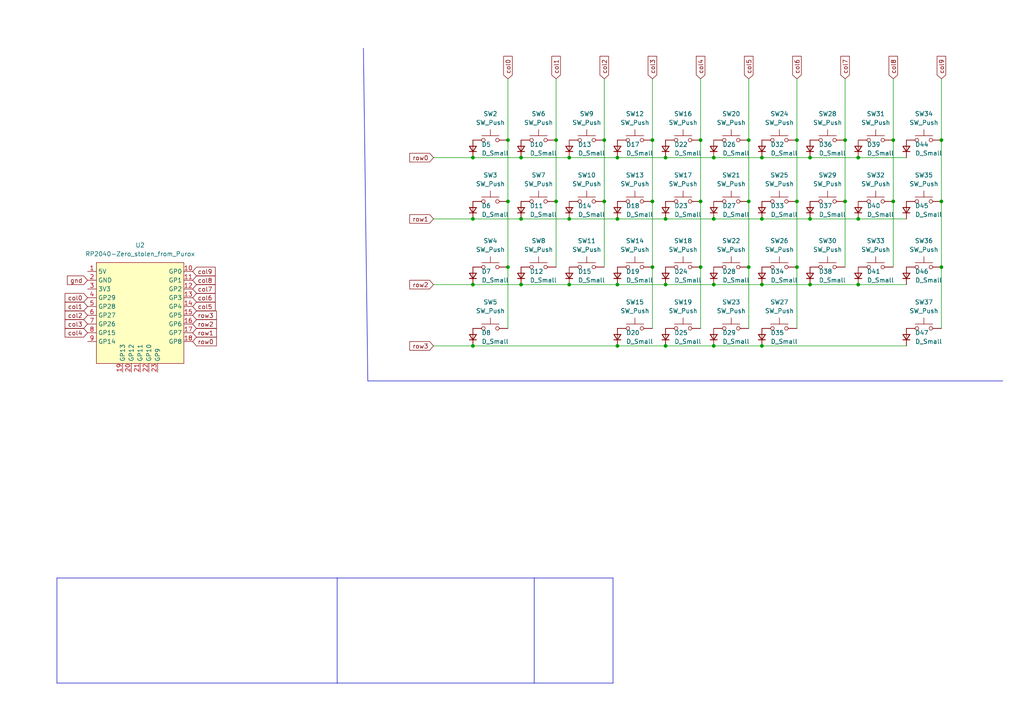
<source format=kicad_sch>
(kicad_sch (version 20230121) (generator eeschema)
  (paper "A4")
  (lib_symbols
    (symbol "Best Symbol Library Final v3:RP2040-Zero_stolen_from_Purox"
      (property "Reference" "U2" (at 0 12.7 0))
      (property "Value" "RP2040-Zero_stolen_from_Purox" (at 0 10.16 0))
      (symbol "RP2040-Zero_stolen_from_Purox_0_1"
        (rectangle (start -12.7 7.62) (end 12.7 -21.59) (fill (type background)))
      )
      (symbol "RP2040-Zero_stolen_from_Purox_1_1"
        (pin power_in line (at -15.24 5.08 0) (length 2.54) (name "5V") (number "1"))
        (pin bidirectional line (at 15.24 5.08 180) (length 2.54) (name "GP0") (number "10"))
        (pin bidirectional line (at 15.24 2.54 180) (length 2.54) (name "GP1") (number "11"))
        (pin bidirectional line (at 15.24 0 180) (length 2.54) (name "GP2") (number "12"))
        (pin bidirectional line (at 15.24 -2.54 180) (length 2.54) (name "GP3") (number "13"))
        (pin bidirectional line (at 15.24 -5.08 180) (length 2.54) (name "GP4") (number "14"))
        (pin bidirectional line (at 15.24 -7.62 180) (length 2.54) (name "GP5") (number "15"))
        (pin bidirectional line (at 15.24 -10.16 180) (length 2.54) (name "GP6") (number "16"))
        (pin bidirectional line (at 15.24 -12.7 180) (length 2.54) (name "GP7") (number "17"))
        (pin bidirectional line (at 15.24 -15.24 180) (length 2.54) (name "GP8") (number "18"))
        (pin bidirectional line (at -5.08 -24.13 90) (length 2.54) (name "GP13") (number "19"))
        (pin power_in line (at -15.24 2.54 0) (length 2.54) (name "GND") (number "2"))
        (pin bidirectional line (at -2.54 -24.13 90) (length 2.54) (name "GP12") (number "20"))
        (pin bidirectional line (at 0 -24.13 90) (length 2.54) (name "GP11") (number "21"))
        (pin bidirectional line (at 2.54 -24.13 90) (length 2.54) (name "GP10") (number "22"))
        (pin bidirectional line (at 5.08 -24.13 90) (length 2.54) (name "GP9") (number "23"))
        (pin power_in line (at -15.24 0 0) (length 2.54) (name "3V3") (number "3"))
        (pin bidirectional line (at -15.24 -2.54 0) (length 2.54) (name "GP29") (number "4"))
        (pin bidirectional line (at -15.24 -5.08 0) (length 2.54) (name "GP28") (number "5"))
        (pin bidirectional line (at -15.24 -7.62 0) (length 2.54) (name "GP27") (number "6"))
        (pin bidirectional line (at -15.24 -10.16 0) (length 2.54) (name "GP26") (number "7"))
        (pin bidirectional line (at -15.24 -12.7 0) (length 2.54) (name "GP15") (number "8"))
        (pin bidirectional line (at -15.24 -15.24 0) (length 2.54) (name "GP14") (number "9"))
      )
    )
    (symbol "ENDGAME_UWU_Gatekeeper_stuff:D_Small" (pin_numbers hide) (pin_names (offset 0.254) hide)
      (property "Reference" "D28" (at 2.54 1.2701 90))
      (property "Value" "D_Small" (at 2.54 -1.2699 90))
      (symbol "D_Small_0_1"
        (polyline (pts (xy -0.762 -1.016) (xy -0.762 1.016)) (stroke (width 0.254)))
        (polyline (pts (xy -0.762 0) (xy 0.762 0)))
        (polyline (pts (xy 0.762 -1.016) (xy -0.762 0) (xy 0.762 1.016) (xy 0.762 -1.016)) (stroke (width 0.254)))
      )
      (symbol "D_Small_1_1"
        (pin passive line (at -2.54 0 0) (length 1.778) (name "K") (number "1"))
        (pin passive line (at 2.54 0 180) (length 1.778) (name "A") (number "2"))
      )
    )
    (symbol "ENDGAME_UWU_Gatekeeper_stuff:SW_Push" (pin_numbers hide) (pin_names (offset 1.016) hide)
      (property "Reference" "SW35" (at 0 7.62 0))
      (property "Value" "SW_Push" (at 0 5.08 0))
      (symbol "SW_Push_0_1"
        (circle (center -2.032 0) (radius 0.508))
        (polyline (pts (xy 0 1.27) (xy 0 3.048)))
        (polyline (pts (xy 2.54 1.27) (xy -2.54 1.27)))
        (circle (center 2.032 0) (radius 0.508))
        (pin passive line (at -5.08 0 0) (length 2.54) (name "1") (number "1"))
        (pin passive line (at 5.08 0 180) (length 2.54) (name "2") (number "2"))
      )
    )
  )
  (junction (at 137.16 100.33))
  (junction (at 231.14 77.47))
  (junction (at 231.14 40.64))
  (junction (at 234.95 45.72))
  (junction (at 189.23 58.42))
  (junction (at 217.17 77.47))
  (junction (at 259.08 40.64))
  (junction (at 161.29 58.42))
  (junction (at 203.2 77.47))
  (junction (at 193.04 82.55))
  (junction (at 175.26 40.64))
  (junction (at 259.08 58.42))
  (junction (at 234.95 82.55))
  (junction (at 137.16 45.72))
  (junction (at 207.01 100.33))
  (junction (at 203.2 40.64))
  (junction (at 231.14 58.42))
  (junction (at 248.92 45.72))
  (junction (at 193.04 45.72))
  (junction (at 165.1 82.55))
  (junction (at 151.13 82.55))
  (junction (at 273.05 40.64))
  (junction (at 193.04 63.5))
  (junction (at 147.32 58.42))
  (junction (at 220.98 63.5))
  (junction (at 165.1 63.5))
  (junction (at 217.17 40.64))
  (junction (at 179.07 82.55))
  (junction (at 137.16 63.5))
  (junction (at 248.92 82.55))
  (junction (at 207.01 45.72))
  (junction (at 207.01 82.55))
  (junction (at 234.95 63.5))
  (junction (at 165.1 45.72))
  (junction (at 189.23 40.64))
  (junction (at 203.2 58.42))
  (junction (at 273.05 77.47))
  (junction (at 273.05 58.42))
  (junction (at 189.23 77.47))
  (junction (at 179.07 45.72))
  (junction (at 193.04 100.33))
  (junction (at 147.32 40.64))
  (junction (at 147.32 77.47))
  (junction (at 151.13 45.72))
  (junction (at 137.16 82.55))
  (junction (at 175.26 58.42))
  (junction (at 179.07 63.5))
  (junction (at 220.98 82.55))
  (junction (at 245.11 58.42))
  (junction (at 207.01 63.5))
  (junction (at 217.17 58.42))
  (junction (at 248.92 63.5))
  (junction (at 161.29 40.64))
  (junction (at 245.11 40.64))
  (junction (at 220.98 45.72))
  (junction (at 151.13 63.5))
  (junction (at 220.98 100.33))
  (junction (at 179.07 100.33))
  (wire (pts (xy 231.14 58.42) (xy 231.14 77.47)))
  (wire (pts (xy 147.32 77.47) (xy 147.32 95.25)))
  (wire (pts (xy 207.01 63.5) (xy 220.98 63.5)))
  (polyline (pts (xy 154.94 167.64) (xy 97.79 167.64)))
  (wire (pts (xy 259.08 22.86) (xy 259.08 40.64)))
  (wire (pts (xy 175.26 58.42) (xy 175.26 77.47)))
  (wire (pts (xy 248.92 82.55) (xy 262.89 82.55)))
  (wire (pts (xy 220.98 82.55) (xy 234.95 82.55)))
  (wire (pts (xy 189.23 77.47) (xy 189.23 95.25)))
  (wire (pts (xy 151.13 45.72) (xy 165.1 45.72)))
  (wire (pts (xy 234.95 45.72) (xy 248.92 45.72)))
  (wire (pts (xy 125.73 63.5) (xy 137.16 63.5)))
  (wire (pts (xy 147.32 58.42) (xy 147.32 77.47)))
  (wire (pts (xy 137.16 63.5) (xy 151.13 63.5)))
  (wire (pts (xy 273.05 40.64) (xy 273.05 58.42)))
  (wire (pts (xy 125.73 45.72) (xy 137.16 45.72)))
  (wire (pts (xy 203.2 58.42) (xy 203.2 77.47)))
  (wire (pts (xy 220.98 45.72) (xy 234.95 45.72)))
  (polyline (pts (xy 97.79 198.12) (xy 16.51 198.12)))
  (polyline (pts (xy 16.51 167.64) (xy 97.79 167.64)))
  (wire (pts (xy 207.01 100.33) (xy 220.98 100.33)))
  (wire (pts (xy 161.29 58.42) (xy 161.29 77.47)))
  (wire (pts (xy 231.14 40.64) (xy 231.14 58.42)))
  (wire (pts (xy 189.23 58.42) (xy 189.23 77.47)))
  (wire (pts (xy 259.08 58.42) (xy 259.08 77.47)))
  (polyline (pts (xy 154.94 198.12) (xy 177.8 198.12)))
  (wire (pts (xy 234.95 63.5) (xy 248.92 63.5)))
  (wire (pts (xy 179.07 63.5) (xy 193.04 63.5)))
  (wire (pts (xy 179.07 82.55) (xy 193.04 82.55)))
  (wire (pts (xy 137.16 82.55) (xy 151.13 82.55)))
  (wire (pts (xy 179.07 100.33) (xy 193.04 100.33)))
  (wire (pts (xy 220.98 63.5) (xy 234.95 63.5)))
  (wire (pts (xy 273.05 22.86) (xy 273.05 40.64)))
  (wire (pts (xy 220.98 100.33) (xy 262.89 100.33)))
  (wire (pts (xy 193.04 100.33) (xy 207.01 100.33)))
  (wire (pts (xy 165.1 45.72) (xy 179.07 45.72)))
  (wire (pts (xy 161.29 22.86) (xy 161.29 40.64)))
  (wire (pts (xy 207.01 45.72) (xy 220.98 45.72)))
  (wire (pts (xy 245.11 22.86) (xy 245.11 40.64)))
  (wire (pts (xy 137.16 100.33) (xy 179.07 100.33)))
  (wire (pts (xy 207.01 82.55) (xy 220.98 82.55)))
  (polyline (pts (xy 97.79 167.64) (xy 97.79 198.12)))
  (wire (pts (xy 217.17 58.42) (xy 217.17 77.47)))
  (wire (pts (xy 175.26 40.64) (xy 175.26 58.42)))
  (wire (pts (xy 217.17 77.47) (xy 217.17 95.25)))
  (wire (pts (xy 161.29 40.64) (xy 161.29 58.42)))
  (wire (pts (xy 245.11 40.64) (xy 245.11 58.42)))
  (wire (pts (xy 165.1 82.55) (xy 179.07 82.55)))
  (wire (pts (xy 125.73 100.33) (xy 137.16 100.33)))
  (wire (pts (xy 193.04 45.72) (xy 207.01 45.72)))
  (wire (pts (xy 147.32 22.86) (xy 147.32 40.64)))
  (polyline (pts (xy 106.68 110.49) (xy 290.83 110.49)))
  (polyline (pts (xy 105.41 13.97) (xy 106.68 110.49)))
  (wire (pts (xy 217.17 22.86) (xy 217.17 40.64)))
  (wire (pts (xy 273.05 77.47) (xy 273.05 95.25)))
  (wire (pts (xy 137.16 45.72) (xy 151.13 45.72)))
  (wire (pts (xy 151.13 63.5) (xy 165.1 63.5)))
  (wire (pts (xy 175.26 22.86) (xy 175.26 40.64)))
  (polyline (pts (xy 177.8 198.12) (xy 177.8 167.64)))
  (wire (pts (xy 245.11 58.42) (xy 245.11 77.47)))
  (wire (pts (xy 248.92 45.72) (xy 262.89 45.72)))
  (wire (pts (xy 203.2 77.47) (xy 203.2 95.25)))
  (wire (pts (xy 234.95 82.55) (xy 248.92 82.55)))
  (polyline (pts (xy 154.94 198.12) (xy 154.94 167.64)))
  (wire (pts (xy 165.1 63.5) (xy 179.07 63.5)))
  (polyline (pts (xy 177.8 167.64) (xy 154.94 167.64)))
  (wire (pts (xy 193.04 63.5) (xy 207.01 63.5)))
  (wire (pts (xy 231.14 22.86) (xy 231.14 40.64)))
  (polyline (pts (xy 16.51 198.12) (xy 16.51 167.64)))
  (wire (pts (xy 151.13 82.55) (xy 165.1 82.55)))
  (wire (pts (xy 179.07 45.72) (xy 193.04 45.72)))
  (wire (pts (xy 147.32 40.64) (xy 147.32 58.42)))
  (wire (pts (xy 259.08 40.64) (xy 259.08 58.42)))
  (wire (pts (xy 125.73 82.55) (xy 137.16 82.55)))
  (wire (pts (xy 203.2 22.86) (xy 203.2 40.64)))
  (wire (pts (xy 193.04 82.55) (xy 207.01 82.55)))
  (wire (pts (xy 231.14 77.47) (xy 231.14 95.25)))
  (wire (pts (xy 248.92 63.5) (xy 262.89 63.5)))
  (wire (pts (xy 217.17 40.64) (xy 217.17 58.42)))
  (wire (pts (xy 189.23 22.86) (xy 189.23 40.64)))
  (wire (pts (xy 273.05 58.42) (xy 273.05 77.47)))
  (wire (pts (xy 203.2 40.64) (xy 203.2 58.42)))
  (polyline (pts (xy 97.79 198.12) (xy 154.94 198.12)))
  (wire (pts (xy 189.23 40.64) (xy 189.23 58.42)))
  (global_label "row0" (shape input) (at 55.88 99.06 0) (property "Intersheetrefs" "${INTERSHEET_REFS}" (effects hide)))
  (global_label "col2" (shape input) (at 25.4 91.44 180) (property "Intersheetrefs" "${INTERSHEET_REFS}" (effects hide)))
  (global_label "col0" (shape input) (at 147.32 22.86 90) (property "Intersheetrefs" "${INTERSHEET_REFS}" (effects hide)))
  (global_label "col6" (shape input) (at 231.14 22.86 90) (property "Intersheetrefs" "${INTERSHEET_REFS}" (effects hide)))
  (global_label "col8" (shape input) (at 55.88 81.28 0) (property "Intersheetrefs" "${INTERSHEET_REFS}" (effects hide)))
  (global_label "row3" (shape input) (at 55.88 91.44 0) (property "Intersheetrefs" "${INTERSHEET_REFS}" (effects hide)))
  (global_label "col5" (shape input) (at 55.88 88.9 0) (property "Intersheetrefs" "${INTERSHEET_REFS}" (effects hide)))
  (global_label "col2" (shape input) (at 175.26 22.86 90) (property "Intersheetrefs" "${INTERSHEET_REFS}" (effects hide)))
  (global_label "row1" (shape input) (at 125.73 63.5 180) (property "Intersheetrefs" "${INTERSHEET_REFS}" (effects hide)))
  (global_label "row3" (shape input) (at 125.73 100.33 180) (property "Intersheetrefs" "${INTERSHEET_REFS}" (effects hide)))
  (global_label "row0" (shape input) (at 125.73 45.72 180) (property "Intersheetrefs" "${INTERSHEET_REFS}" (effects hide)))
  (global_label "col6" (shape input) (at 55.88 86.36 0) (property "Intersheetrefs" "${INTERSHEET_REFS}" (effects hide)))
  (global_label "col9" (shape input) (at 55.88 78.74 0) (property "Intersheetrefs" "${INTERSHEET_REFS}" (effects hide)))
  (global_label "col8" (shape input) (at 259.08 22.86 90) (property "Intersheetrefs" "${INTERSHEET_REFS}" (effects hide)))
  (global_label "row1" (shape input) (at 55.88 96.52 0) (property "Intersheetrefs" "${INTERSHEET_REFS}" (effects hide)))
  (global_label "row2" (shape input) (at 125.73 82.55 180) (property "Intersheetrefs" "${INTERSHEET_REFS}" (effects hide)))
  (global_label "col3" (shape input) (at 189.23 22.86 90) (property "Intersheetrefs" "${INTERSHEET_REFS}" (effects hide)))
  (global_label "col4" (shape input) (at 25.4 96.52 180) (property "Intersheetrefs" "${INTERSHEET_REFS}" (effects hide)))
  (global_label "col7" (shape input) (at 55.88 83.82 0) (property "Intersheetrefs" "${INTERSHEET_REFS}" (effects hide)))
  (global_label "col5" (shape input) (at 217.17 22.86 90) (property "Intersheetrefs" "${INTERSHEET_REFS}" (effects hide)))
  (global_label "col0" (shape input) (at 25.4 86.36 180) (property "Intersheetrefs" "${INTERSHEET_REFS}" (effects hide)))
  (global_label "col3" (shape input) (at 25.4 93.98 180) (property "Intersheetrefs" "${INTERSHEET_REFS}" (effects hide)))
  (global_label "col4" (shape input) (at 203.2 22.86 90) (property "Intersheetrefs" "${INTERSHEET_REFS}" (effects hide)))
  (global_label "row2" (shape input) (at 55.88 93.98 0) (property "Intersheetrefs" "${INTERSHEET_REFS}" (effects hide)))
  (global_label "col7" (shape input) (at 245.11 22.86 90) (property "Intersheetrefs" "${INTERSHEET_REFS}" (effects hide)))
  (global_label "col1" (shape input) (at 25.4 88.9 180) (property "Intersheetrefs" "${INTERSHEET_REFS}" (effects hide)))
  (global_label "col9" (shape input) (at 273.05 22.86 90) (property "Intersheetrefs" "${INTERSHEET_REFS}" (effects hide)))
  (global_label "gnd" (shape input) (at 25.4 81.28 180) (property "Intersheetrefs" "${INTERSHEET_REFS}" (effects hide)))
  (global_label "col1" (shape input) (at 161.29 22.86 90) (property "Intersheetrefs" "${INTERSHEET_REFS}" (effects hide)))
  (symbol (lib_id "ENDGAME_UWU_Gatekeeper_stuff:SW_Push") (at 156.21 40.64 0) (unit 1)
    (property "Reference" "SW6" (at 156.21 33.02 0))
    (property "Value" "SW_Push" (at 156.21 35.56 0))
    (property "Footprint" "UWUmasterGatekeeperHusoLib:SW_choc_v1_HS_1u_filets_MBK_blk" (effects hide))
  )
  (symbol (lib_id "ENDGAME_UWU_Gatekeeper_stuff:SW_Push") (at 142.24 95.25 0) (unit 1)
    (property "Reference" "SW5" (at 142.24 87.63 0))
    (property "Value" "SW_Push" (at 142.24 90.17 0))
    (property "Footprint" "UWUmasterGatekeeperHusoLib:SW_choc_v1_HS_1_5u_filets_MBK_blk" (effects hide))
  )
  (symbol (lib_id "ENDGAME_UWU_Gatekeeper_stuff:SW_Push") (at 226.06 40.64 0) (unit 1)
    (property "Reference" "SW24" (at 226.06 33.02 0))
    (property "Value" "SW_Push" (at 226.06 35.56 0))
    (property "Footprint" "UWUmasterGatekeeperHusoLib:SW_choc_v1_HS_1u_filets_MBK_blk" (effects hide))
  )
  (symbol (lib_id "ENDGAME_UWU_Gatekeeper_stuff:D_Small") (at 151.13 60.96 90) (unit 1)
    (property "Reference" "D11" (at 153.67 59.6899 90) (effects (justify right)))
    (property "Value" "D_Small" (at 153.67 62.2299 90) (effects (justify right)))
    (property "Footprint" "UWUmasterGatekeeperHusoLib:Diode_SOD123 filets triangle" (effects hide))
  )
  (symbol (lib_id "ENDGAME_UWU_Gatekeeper_stuff:SW_Push") (at 184.15 77.47 0) (unit 1)
    (property "Reference" "SW14" (at 184.15 69.85 0))
    (property "Value" "SW_Push" (at 184.15 72.39 0))
    (property "Footprint" "UWUmasterGatekeeperHusoLib:SW_choc_v1_HS_1u_filets_MBK_blk" (effects hide))
  )
  (symbol (lib_id "ENDGAME_UWU_Gatekeeper_stuff:D_Small") (at 220.98 43.18 90) (unit 1)
    (property "Reference" "D32" (at 223.52 41.9099 90) (effects (justify right)))
    (property "Value" "D_Small" (at 223.52 44.4499 90) (effects (justify right)))
    (property "Footprint" "UWUmasterGatekeeperHusoLib:Diode_SOD123 filets triangle" (effects hide))
  )
  (symbol (lib_id "ENDGAME_UWU_Gatekeeper_stuff:D_Small") (at 151.13 80.01 90) (unit 1)
    (property "Reference" "D12" (at 153.67 78.7399 90) (effects (justify right)))
    (property "Value" "D_Small" (at 153.67 81.2799 90) (effects (justify right)))
    (property "Footprint" "UWUmasterGatekeeperHusoLib:Diode_SOD123 filets triangle" (effects hide))
  )
  (symbol (lib_id "ENDGAME_UWU_Gatekeeper_stuff:D_Small") (at 248.92 43.18 90) (unit 1)
    (property "Reference" "D39" (at 251.46 41.9099 90) (effects (justify right)))
    (property "Value" "D_Small" (at 251.46 44.4499 90) (effects (justify right)))
    (property "Footprint" "UWUmasterGatekeeperHusoLib:Diode_SOD123 filets triangle" (effects hide))
  )
  (symbol (lib_id "ENDGAME_UWU_Gatekeeper_stuff:SW_Push") (at 198.12 77.47 0) (unit 1)
    (property "Reference" "SW18" (at 198.12 69.85 0))
    (property "Value" "SW_Push" (at 198.12 72.39 0))
    (property "Footprint" "UWUmasterGatekeeperHusoLib:SW_choc_v1_HS_1u_filets_MBK_blk" (effects hide))
  )
  (symbol (lib_id "ENDGAME_UWU_Gatekeeper_stuff:D_Small") (at 234.95 43.18 90) (unit 1)
    (property "Reference" "D36" (at 237.49 41.9099 90) (effects (justify right)))
    (property "Value" "D_Small" (at 237.49 44.4499 90) (effects (justify right)))
    (property "Footprint" "UWUmasterGatekeeperHusoLib:Diode_SOD123 filets triangle" (effects hide))
  )
  (symbol (lib_id "ENDGAME_UWU_Gatekeeper_stuff:SW_Push") (at 156.21 58.42 0) (unit 1)
    (property "Reference" "SW7" (at 156.21 50.8 0))
    (property "Value" "SW_Push" (at 156.21 53.34 0))
    (property "Footprint" "UWUmasterGatekeeperHusoLib:SW_choc_v1_HS_1u_filets_MBK_blk" (effects hide))
  )
  (symbol (lib_id "ENDGAME_UWU_Gatekeeper_stuff:SW_Push") (at 198.12 40.64 0) (unit 1)
    (property "Reference" "SW16" (at 198.12 33.02 0))
    (property "Value" "SW_Push" (at 198.12 35.56 0))
    (property "Footprint" "UWUmasterGatekeeperHusoLib:SW_choc_v1_HS_1u_filets_MBK_blk" (effects hide))
  )
  (symbol (lib_id "ENDGAME_UWU_Gatekeeper_stuff:SW_Push") (at 170.18 58.42 0) (unit 1)
    (property "Reference" "SW10" (at 170.18 50.8 0))
    (property "Value" "SW_Push" (at 170.18 53.34 0))
    (property "Footprint" "UWUmasterGatekeeperHusoLib:SW_choc_v1_HS_1u_filets_MBK_blk" (effects hide))
  )
  (symbol (lib_id "ENDGAME_UWU_Gatekeeper_stuff:D_Small") (at 165.1 60.96 90) (unit 1)
    (property "Reference" "D14" (at 167.64 59.6899 90) (effects (justify right)))
    (property "Value" "D_Small" (at 167.64 62.2299 90) (effects (justify right)))
    (property "Footprint" "UWUmasterGatekeeperHusoLib:Diode_SOD123 filets triangle" (effects hide))
  )
  (symbol (lib_id "ENDGAME_UWU_Gatekeeper_stuff:SW_Push") (at 254 40.64 0) (unit 1)
    (property "Reference" "SW31" (at 254 33.02 0))
    (property "Value" "SW_Push" (at 254 35.56 0))
    (property "Footprint" "UWUmasterGatekeeperHusoLib:SW_choc_v1_HS_1u_filets_MBK_blk" (effects hide))
  )
  (symbol (lib_id "ENDGAME_UWU_Gatekeeper_stuff:SW_Push") (at 198.12 95.25 0) (unit 1)
    (property "Reference" "SW19" (at 198.12 87.63 0))
    (property "Value" "SW_Push" (at 198.12 90.17 0))
    (property "Footprint" "UWUmasterGatekeeperHusoLib:SW_choc_v1_HS_1_5u_filets_MBK_blk" (effects hide))
  )
  (symbol (lib_id "ENDGAME_UWU_Gatekeeper_stuff:D_Small") (at 193.04 43.18 90) (unit 1)
    (property "Reference" "D22" (at 195.58 41.9099 90) (effects (justify right)))
    (property "Value" "D_Small" (at 195.58 44.4499 90) (effects (justify right)))
    (property "Footprint" "UWUmasterGatekeeperHusoLib:Diode_SOD123 filets triangle" (effects hide))
  )
  (symbol (lib_id "ENDGAME_UWU_Gatekeeper_stuff:SW_Push") (at 184.15 95.25 0) (unit 1)
    (property "Reference" "SW15" (at 184.15 87.63 0))
    (property "Value" "SW_Push" (at 184.15 90.17 0))
    (property "Footprint" "UWUmasterGatekeeperHusoLib:SW_choc_v1_HS_1u_filets_MBK_blk" (effects hide))
  )
  (symbol (lib_id "ENDGAME_UWU_Gatekeeper_stuff:D_Small") (at 193.04 97.79 90) (unit 1)
    (property "Reference" "D25" (at 195.58 96.5199 90) (effects (justify right)))
    (property "Value" "D_Small" (at 195.58 99.0599 90) (effects (justify right)))
    (property "Footprint" "UWUmasterGatekeeperHusoLib:Diode_SOD123 filets triangle" (effects hide))
  )
  (symbol (lib_id "ENDGAME_UWU_Gatekeeper_stuff:SW_Push") (at 254 77.47 0) (unit 1)
    (property "Reference" "SW33" (at 254 69.85 0))
    (property "Value" "SW_Push" (at 254 72.39 0))
    (property "Footprint" "UWUmasterGatekeeperHusoLib:SW_choc_v1_HS_1u_filets_MBK_blk" (effects hide))
  )
  (symbol (lib_id "ENDGAME_UWU_Gatekeeper_stuff:D_Small") (at 248.92 60.96 90) (unit 1)
    (property "Reference" "D40" (at 251.46 59.6899 90) (effects (justify right)))
    (property "Value" "D_Small" (at 251.46 62.2299 90) (effects (justify right)))
    (property "Footprint" "UWUmasterGatekeeperHusoLib:Diode_SOD123 filets triangle" (effects hide))
  )
  (symbol (lib_id "ENDGAME_UWU_Gatekeeper_stuff:D_Small") (at 137.16 97.79 90) (unit 1)
    (property "Reference" "D8" (at 139.7 96.5199 90) (effects (justify right)))
    (property "Value" "D_Small" (at 139.7 99.0599 90) (effects (justify right)))
    (property "Footprint" "UWUmasterGatekeeperHusoLib:Diode_SOD123 filets triangle" (effects hide))
  )
  (symbol (lib_id "ENDGAME_UWU_Gatekeeper_stuff:D_Small") (at 179.07 97.79 90) (unit 1)
    (property "Reference" "D20" (at 181.61 96.5199 90) (effects (justify right)))
    (property "Value" "D_Small" (at 181.61 99.0599 90) (effects (justify right)))
    (property "Footprint" "UWUmasterGatekeeperHusoLib:Diode_SOD123 filets triangle" (effects hide))
  )
  (symbol (lib_id "ENDGAME_UWU_Gatekeeper_stuff:D_Small") (at 220.98 60.96 90) (unit 1)
    (property "Reference" "D33" (at 223.52 59.6899 90) (effects (justify right)))
    (property "Value" "D_Small" (at 223.52 62.2299 90) (effects (justify right)))
    (property "Footprint" "UWUmasterGatekeeperHusoLib:Diode_SOD123 filets triangle" (effects hide))
  )
  (symbol (lib_id "ENDGAME_UWU_Gatekeeper_stuff:D_Small") (at 165.1 80.01 90) (unit 1)
    (property "Reference" "D15" (at 167.64 78.7399 90) (effects (justify right)))
    (property "Value" "D_Small" (at 167.64 81.2799 90) (effects (justify right)))
    (property "Footprint" "UWUmasterGatekeeperHusoLib:Diode_SOD123 filets triangle" (effects hide))
  )
  (symbol (lib_id "ENDGAME_UWU_Gatekeeper_stuff:SW_Push") (at 170.18 77.47 0) (unit 1)
    (property "Reference" "SW11" (at 170.18 69.85 0))
    (property "Value" "SW_Push" (at 170.18 72.39 0))
    (property "Footprint" "UWUmasterGatekeeperHusoLib:SW_choc_v1_HS_1u_filets_MBK_blk" (effects hide))
  )
  (symbol (lib_id "ENDGAME_UWU_Gatekeeper_stuff:D_Small") (at 248.92 80.01 90) (unit 1)
    (property "Reference" "D41" (at 251.46 78.7399 90) (effects (justify right)))
    (property "Value" "D_Small" (at 251.46 81.2799 90) (effects (justify right)))
    (property "Footprint" "UWUmasterGatekeeperHusoLib:Diode_SOD123 filets triangle" (effects hide))
  )
  (symbol (lib_id "ENDGAME_UWU_Gatekeeper_stuff:SW_Push") (at 240.03 40.64 0) (unit 1)
    (property "Reference" "SW28" (at 240.03 33.02 0))
    (property "Value" "SW_Push" (at 240.03 35.56 0))
    (property "Footprint" "UWUmasterGatekeeperHusoLib:SW_choc_v1_HS_1u_filets_MBK_blk" (effects hide))
  )
  (symbol (lib_id "ENDGAME_UWU_Gatekeeper_stuff:SW_Push") (at 184.15 40.64 0) (unit 1)
    (property "Reference" "SW12" (at 184.15 33.02 0))
    (property "Value" "SW_Push" (at 184.15 35.56 0))
    (property "Footprint" "UWUmasterGatekeeperHusoLib:SW_choc_v1_HS_1u_filets_MBK_blk" (effects hide))
  )
  (symbol (lib_id "ENDGAME_UWU_Gatekeeper_stuff:D_Small") (at 193.04 60.96 90) (unit 1)
    (property "Reference" "D23" (at 195.58 59.6899 90) (effects (justify right)))
    (property "Value" "D_Small" (at 195.58 62.2299 90) (effects (justify right)))
    (property "Footprint" "UWUmasterGatekeeperHusoLib:Diode_SOD123 filets triangle" (effects hide))
  )
  (symbol (lib_id "ENDGAME_UWU_Gatekeeper_stuff:SW_Push") (at 142.24 40.64 0) (unit 1)
    (property "Reference" "SW2" (at 142.24 33.02 0))
    (property "Value" "SW_Push" (at 142.24 35.56 0))
    (property "Footprint" "UWUmasterGatekeeperHusoLib:SW_choc_v1_HS_1u_filets_MBK_blk" (effects hide))
  )
  (symbol (lib_id "ENDGAME_UWU_Gatekeeper_stuff:D_Small") (at 137.16 60.96 90) (unit 1)
    (property "Reference" "D6" (at 139.7 59.6899 90) (effects (justify right)))
    (property "Value" "D_Small" (at 139.7 62.2299 90) (effects (justify right)))
    (property "Footprint" "UWUmasterGatekeeperHusoLib:Diode_SOD123 filets triangle" (effects hide))
  )
  (symbol (lib_id "ENDGAME_UWU_Gatekeeper_stuff:SW_Push") (at 212.09 95.25 0) (unit 1)
    (property "Reference" "SW23" (at 212.09 87.63 0))
    (property "Value" "SW_Push" (at 212.09 90.17 0))
    (property "Footprint" "UWUmasterGatekeeperHusoLib:SW_choc_v1_HS_1_5u_filets_MBK_blk" (effects hide))
  )
  (symbol (lib_id "ENDGAME_UWU_Gatekeeper_stuff:SW_Push") (at 212.09 58.42 0) (unit 1)
    (property "Reference" "SW21" (at 212.09 50.8 0))
    (property "Value" "SW_Push" (at 212.09 53.34 0))
    (property "Footprint" "UWUmasterGatekeeperHusoLib:SW_choc_v1_HS_1u_filets_MBK_blk" (effects hide))
  )
  (symbol (lib_id "ENDGAME_UWU_Gatekeeper_stuff:D_Small") (at 262.89 43.18 90) (unit 1)
    (property "Reference" "D44" (at 265.43 41.9099 90) (effects (justify right)))
    (property "Value" "D_Small" (at 265.43 44.4499 90) (effects (justify right)))
    (property "Footprint" "UWUmasterGatekeeperHusoLib:Diode_SOD123 filets triangle" (effects hide))
  )
  (symbol (lib_id "ENDGAME_UWU_Gatekeeper_stuff:SW_Push") (at 240.03 77.47 0) (unit 1)
    (property "Reference" "SW30" (at 240.03 69.85 0))
    (property "Value" "SW_Push" (at 240.03 72.39 0))
    (property "Footprint" "UWUmasterGatekeeperHusoLib:SW_choc_v1_HS_1u_filets_MBK_blk" (effects hide))
  )
  (symbol (lib_id "ENDGAME_UWU_Gatekeeper_stuff:D_Small") (at 137.16 80.01 90) (unit 1)
    (property "Reference" "D7" (at 139.7 78.7399 90) (effects (justify right)))
    (property "Value" "D_Small" (at 139.7 81.2799 90) (effects (justify right)))
    (property "Footprint" "UWUmasterGatekeeperHusoLib:Diode_SOD123 filets triangle" (effects hide))
  )
  (symbol (lib_id "ENDGAME_UWU_Gatekeeper_stuff:SW_Push") (at 267.97 95.25 0) (unit 1)
    (property "Reference" "SW37" (at 267.97 87.63 0))
    (property "Value" "SW_Push" (at 267.97 90.17 0))
    (property "Footprint" "UWUmasterGatekeeperHusoLib:SW_choc_v1_HS_1_5u_filets_MBK_blk" (effects hide))
  )
  (symbol (lib_id "ENDGAME_UWU_Gatekeeper_stuff:D_Small") (at 207.01 97.79 90) (unit 1)
    (property "Reference" "D29" (at 209.55 96.5199 90) (effects (justify right)))
    (property "Value" "D_Small" (at 209.55 99.0599 90) (effects (justify right)))
    (property "Footprint" "UWUmasterGatekeeperHusoLib:Diode_SOD123 filets triangle" (effects hide))
  )
  (symbol (lib_id "ENDGAME_UWU_Gatekeeper_stuff:SW_Push") (at 198.12 58.42 0) (unit 1)
    (property "Reference" "SW17" (at 198.12 50.8 0))
    (property "Value" "SW_Push" (at 198.12 53.34 0))
    (property "Footprint" "UWUmasterGatekeeperHusoLib:SW_choc_v1_HS_1u_filets_MBK_blk" (effects hide))
  )
  (symbol (lib_id "ENDGAME_UWU_Gatekeeper_stuff:SW_Push") (at 184.15 58.42 0) (unit 1)
    (property "Reference" "SW13" (at 184.15 50.8 0))
    (property "Value" "SW_Push" (at 184.15 53.34 0))
    (property "Footprint" "UWUmasterGatekeeperHusoLib:SW_choc_v1_HS_1u_filets_MBK_blk" (effects hide))
  )
  (symbol (lib_id "ENDGAME_UWU_Gatekeeper_stuff:D_Small") (at 207.01 80.01 90) (unit 1)
    (property "Reference" "D28" (at 209.55 78.7399 90) (effects (justify right)))
    (property "Value" "D_Small" (at 209.55 81.2799 90) (effects (justify right)))
    (property "Footprint" "UWUmasterGatekeeperHusoLib:Diode_SOD123 filets triangle" (effects hide))
  )
  (symbol (lib_id "ENDGAME_UWU_Gatekeeper_stuff:D_Small") (at 193.04 80.01 90) (unit 1)
    (property "Reference" "D24" (at 195.58 78.7399 90) (effects (justify right)))
    (property "Value" "D_Small" (at 195.58 81.2799 90) (effects (justify right)))
    (property "Footprint" "UWUmasterGatekeeperHusoLib:Diode_SOD123 filets triangle" (effects hide))
  )
  (symbol (lib_id "Best Symbol Library Final v3:RP2040-Zero_stolen_from_Purox") (at 40.64 83.82 0) (unit 1)
    (property "Reference" "U2" (at 40.64 71.12 0))
    (property "Value" "RP2040-Zero_stolen_from_Purox" (at 40.64 73.66 0))
    (property "Footprint" "UWUmasterGatekeeperHusoLib:RP2040 Zero stolen from Purox bottom facing up 3d model v3" (effects hide))
  )
  (symbol (lib_id "ENDGAME_UWU_Gatekeeper_stuff:D_Small") (at 220.98 80.01 90) (unit 1)
    (property "Reference" "D34" (at 223.52 78.7399 90) (effects (justify right)))
    (property "Value" "D_Small" (at 223.52 81.2799 90) (effects (justify right)))
    (property "Footprint" "UWUmasterGatekeeperHusoLib:Diode_SOD123 filets triangle" (effects hide))
  )
  (symbol (lib_id "ENDGAME_UWU_Gatekeeper_stuff:SW_Push") (at 226.06 77.47 0) (unit 1)
    (property "Reference" "SW26" (at 226.06 69.85 0))
    (property "Value" "SW_Push" (at 226.06 72.39 0))
    (property "Footprint" "UWUmasterGatekeeperHusoLib:SW_choc_v1_HS_1u_filets_MBK_blk" (effects hide))
  )
  (symbol (lib_id "ENDGAME_UWU_Gatekeeper_stuff:D_Small") (at 207.01 60.96 90) (unit 1)
    (property "Reference" "D27" (at 209.55 59.6899 90) (effects (justify right)))
    (property "Value" "D_Small" (at 209.55 62.2299 90) (effects (justify right)))
    (property "Footprint" "UWUmasterGatekeeperHusoLib:Diode_SOD123 filets triangle" (effects hide))
  )
  (symbol (lib_id "ENDGAME_UWU_Gatekeeper_stuff:D_Small") (at 137.16 43.18 90) (unit 1)
    (property "Reference" "D5" (at 139.7 41.9099 90) (effects (justify right)))
    (property "Value" "D_Small" (at 139.7 44.4499 90) (effects (justify right)))
    (property "Footprint" "UWUmasterGatekeeperHusoLib:Diode_SOD123 filets triangle" (effects hide))
  )
  (symbol (lib_id "ENDGAME_UWU_Gatekeeper_stuff:D_Small") (at 262.89 80.01 90) (unit 1)
    (property "Reference" "D46" (at 265.43 78.7399 90) (effects (justify right)))
    (property "Value" "D_Small" (at 265.43 81.2799 90) (effects (justify right)))
    (property "Footprint" "UWUmasterGatekeeperHusoLib:Diode_SOD123 filets triangle" (effects hide))
  )
  (symbol (lib_id "ENDGAME_UWU_Gatekeeper_stuff:D_Small") (at 220.98 97.79 90) (unit 1)
    (property "Reference" "D35" (at 223.52 96.5199 90) (effects (justify right)))
    (property "Value" "D_Small" (at 223.52 99.0599 90) (effects (justify right)))
    (property "Footprint" "UWUmasterGatekeeperHusoLib:Diode_SOD123 filets triangle" (effects hide))
  )
  (symbol (lib_id "ENDGAME_UWU_Gatekeeper_stuff:D_Small") (at 151.13 43.18 90) (unit 1)
    (property "Reference" "D10" (at 153.67 41.9099 90) (effects (justify right)))
    (property "Value" "D_Small" (at 153.67 44.4499 90) (effects (justify right)))
    (property "Footprint" "UWUmasterGatekeeperHusoLib:Diode_SOD123 filets triangle" (effects hide))
  )
  (symbol (lib_id "ENDGAME_UWU_Gatekeeper_stuff:SW_Push") (at 240.03 58.42 0) (unit 1)
    (property "Reference" "SW29" (at 240.03 50.8 0))
    (property "Value" "SW_Push" (at 240.03 53.34 0))
    (property "Footprint" "UWUmasterGatekeeperHusoLib:SW_choc_v1_HS_1u_filets_MBK_blk" (effects hide))
  )
  (symbol (lib_id "ENDGAME_UWU_Gatekeeper_stuff:SW_Push") (at 156.21 77.47 0) (unit 1)
    (property "Reference" "SW8" (at 156.21 69.85 0))
    (property "Value" "SW_Push" (at 156.21 72.39 0))
    (property "Footprint" "UWUmasterGatekeeperHusoLib:SW_choc_v1_HS_1u_filets_MBK_blk" (effects hide))
  )
  (symbol (lib_id "ENDGAME_UWU_Gatekeeper_stuff:D_Small") (at 207.01 43.18 90) (unit 1)
    (property "Reference" "D26" (at 209.55 41.9099 90) (effects (justify right)))
    (property "Value" "D_Small" (at 209.55 44.4499 90) (effects (justify right)))
    (property "Footprint" "UWUmasterGatekeeperHusoLib:Diode_SOD123 filets triangle" (effects hide))
  )
  (symbol (lib_id "ENDGAME_UWU_Gatekeeper_stuff:SW_Push") (at 267.97 77.47 0) (unit 1)
    (property "Reference" "SW36" (at 267.97 69.85 0))
    (property "Value" "SW_Push" (at 267.97 72.39 0))
    (property "Footprint" "UWUmasterGatekeeperHusoLib:SW_choc_v1_HS_1u_filets_MBK_blk" (effects hide))
  )
  (symbol (lib_id "ENDGAME_UWU_Gatekeeper_stuff:SW_Push") (at 212.09 40.64 0) (unit 1)
    (property "Reference" "SW20" (at 212.09 33.02 0))
    (property "Value" "SW_Push" (at 212.09 35.56 0))
    (property "Footprint" "UWUmasterGatekeeperHusoLib:SW_choc_v1_HS_1u_filets_MBK_blk" (effects hide))
  )
  (symbol (lib_id "ENDGAME_UWU_Gatekeeper_stuff:D_Small") (at 234.95 60.96 90) (unit 1)
    (property "Reference" "D37" (at 237.49 59.6899 90) (effects (justify right)))
    (property "Value" "D_Small" (at 237.49 62.2299 90) (effects (justify right)))
    (property "Footprint" "UWUmasterGatekeeperHusoLib:Diode_SOD123 filets triangle" (effects hide))
  )
  (symbol (lib_id "ENDGAME_UWU_Gatekeeper_stuff:SW_Push") (at 254 58.42 0) (unit 1)
    (property "Reference" "SW32" (at 254 50.8 0))
    (property "Value" "SW_Push" (at 254 53.34 0))
    (property "Footprint" "UWUmasterGatekeeperHusoLib:SW_choc_v1_HS_1u_filets_MBK_blk" (effects hide))
  )
  (symbol (lib_id "ENDGAME_UWU_Gatekeeper_stuff:D_Small") (at 234.95 80.01 90) (unit 1)
    (property "Reference" "D38" (at 237.49 78.7399 90) (effects (justify right)))
    (property "Value" "D_Small" (at 237.49 81.2799 90) (effects (justify right)))
    (property "Footprint" "UWUmasterGatekeeperHusoLib:Diode_SOD123 filets triangle" (effects hide))
  )
  (symbol (lib_id "ENDGAME_UWU_Gatekeeper_stuff:SW_Push") (at 212.09 77.47 0) (unit 1)
    (property "Reference" "SW22" (at 212.09 69.85 0))
    (property "Value" "SW_Push" (at 212.09 72.39 0))
    (property "Footprint" "UWUmasterGatekeeperHusoLib:SW_choc_v1_HS_1u_filets_MBK_blk" (effects hide))
  )
  (symbol (lib_id "ENDGAME_UWU_Gatekeeper_stuff:D_Small") (at 262.89 60.96 90) (unit 1)
    (property "Reference" "D45" (at 265.43 59.6899 90) (effects (justify right)))
    (property "Value" "D_Small" (at 265.43 62.2299 90) (effects (justify right)))
    (property "Footprint" "UWUmasterGatekeeperHusoLib:Diode_SOD123 filets triangle" (effects hide))
  )
  (symbol (lib_id "ENDGAME_UWU_Gatekeeper_stuff:SW_Push") (at 170.18 40.64 0) (unit 1)
    (property "Reference" "SW9" (at 170.18 33.02 0))
    (property "Value" "SW_Push" (at 170.18 35.56 0))
    (property "Footprint" "UWUmasterGatekeeperHusoLib:SW_choc_v1_HS_1u_filets_MBK_blk" (effects hide))
  )
  (symbol (lib_id "ENDGAME_UWU_Gatekeeper_stuff:SW_Push") (at 226.06 58.42 0) (unit 1)
    (property "Reference" "SW25" (at 226.06 50.8 0))
    (property "Value" "SW_Push" (at 226.06 53.34 0))
    (property "Footprint" "UWUmasterGatekeeperHusoLib:SW_choc_v1_HS_1u_filets_MBK_blk" (effects hide))
  )
  (symbol (lib_id "ENDGAME_UWU_Gatekeeper_stuff:D_Small") (at 165.1 43.18 90) (unit 1)
    (property "Reference" "D13" (at 167.64 41.9099 90) (effects (justify right)))
    (property "Value" "D_Small" (at 167.64 44.4499 90) (effects (justify right)))
    (property "Footprint" "UWUmasterGatekeeperHusoLib:Diode_SOD123 filets triangle" (effects hide))
  )
  (symbol (lib_id "ENDGAME_UWU_Gatekeeper_stuff:SW_Push") (at 267.97 40.64 0) (unit 1)
    (property "Reference" "SW34" (at 267.97 33.02 0))
    (property "Value" "SW_Push" (at 267.97 35.56 0))
    (property "Footprint" "UWUmasterGatekeeperHusoLib:SW_choc_v1_HS_1u_filets_MBK_blk" (effects hide))
  )
  (symbol (lib_id "ENDGAME_UWU_Gatekeeper_stuff:SW_Push") (at 142.24 58.42 0) (unit 1)
    (property "Reference" "SW3" (at 142.24 50.8 0))
    (property "Value" "SW_Push" (at 142.24 53.34 0))
    (property "Footprint" "UWUmasterGatekeeperHusoLib:SW_choc_v1_HS_1u_filets_MBK_blk" (effects hide))
  )
  (symbol (lib_id "ENDGAME_UWU_Gatekeeper_stuff:D_Small") (at 179.07 43.18 90) (unit 1)
    (property "Reference" "D17" (at 181.61 41.9099 90) (effects (justify right)))
    (property "Value" "D_Small" (at 181.61 44.4499 90) (effects (justify right)))
    (property "Footprint" "UWUmasterGatekeeperHusoLib:Diode_SOD123 filets triangle" (effects hide))
  )
  (symbol (lib_id "ENDGAME_UWU_Gatekeeper_stuff:D_Small") (at 262.89 97.79 90) (unit 1)
    (property "Reference" "D47" (at 265.43 96.5199 90) (effects (justify right)))
    (property "Value" "D_Small" (at 265.43 99.0599 90) (effects (justify right)))
    (property "Footprint" "UWUmasterGatekeeperHusoLib:Diode_SOD123 filets triangle" (effects hide))
  )
  (symbol (lib_id "ENDGAME_UWU_Gatekeeper_stuff:D_Small") (at 179.07 60.96 90) (unit 1)
    (property "Reference" "D18" (at 181.61 59.6899 90) (effects (justify right)))
    (property "Value" "D_Small" (at 181.61 62.2299 90) (effects (justify right)))
    (property "Footprint" "UWUmasterGatekeeperHusoLib:Diode_SOD123 filets triangle" (effects hide))
  )
  (symbol (lib_id "ENDGAME_UWU_Gatekeeper_stuff:SW_Push") (at 267.97 58.42 0) (unit 1)
    (property "Reference" "SW35" (at 267.97 50.8 0))
    (property "Value" "SW_Push" (at 267.97 53.34 0))
    (property "Footprint" "UWUmasterGatekeeperHusoLib:SW_choc_v1_HS_1u_filets_MBK_blk" (effects hide))
  )
  (symbol (lib_id "ENDGAME_UWU_Gatekeeper_stuff:SW_Push") (at 142.24 77.47 0) (unit 1)
    (property "Reference" "SW4" (at 142.24 69.85 0))
    (property "Value" "SW_Push" (at 142.24 72.39 0))
    (property "Footprint" "UWUmasterGatekeeperHusoLib:SW_choc_v1_HS_1u_filets_MBK_blk" (effects hide))
  )
  (symbol (lib_id "ENDGAME_UWU_Gatekeeper_stuff:SW_Push") (at 226.06 95.25 0) (unit 1)
    (property "Reference" "SW27" (at 226.06 87.63 0))
    (property "Value" "SW_Push" (at 226.06 90.17 0))
    (property "Footprint" "UWUmasterGatekeeperHusoLib:SW_choc_v1_HS_1u_filets_MBK_blk" (effects hide))
  )
  (symbol (lib_id "ENDGAME_UWU_Gatekeeper_stuff:D_Small") (at 179.07 80.01 90) (unit 1)
    (property "Reference" "D19" (at 181.61 78.7399 90) (effects (justify right)))
    (property "Value" "D_Small" (at 181.61 81.2799 90) (effects (justify right)))
    (property "Footprint" "UWUmasterGatekeeperHusoLib:Diode_SOD123 filets triangle" (effects hide))
  )
)
</source>
